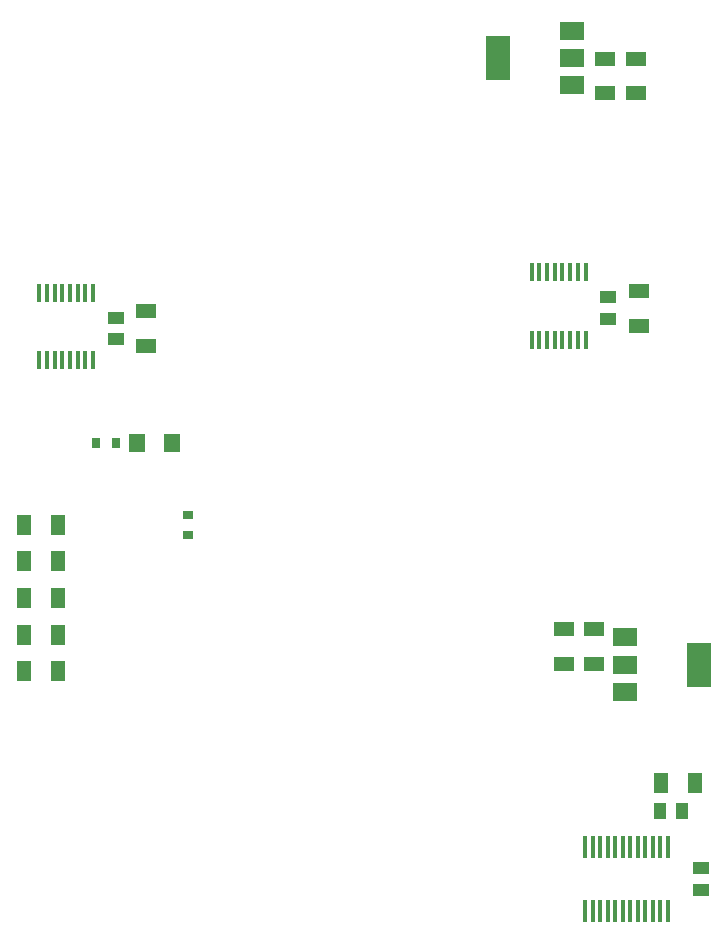
<source format=gtp>
G04 Layer_Color=8421504*
%FSLAX25Y25*%
%MOIN*%
G70*
G01*
G75*
%ADD10R,0.02756X0.03347*%
%ADD11R,0.05512X0.05906*%
%ADD12R,0.06890X0.04528*%
%ADD13R,0.07874X0.14961*%
%ADD14R,0.07874X0.05906*%
G04:AMPARAMS|DCode=15|XSize=61.81mil|YSize=16.14mil|CornerRadius=2.02mil|HoleSize=0mil|Usage=FLASHONLY|Rotation=270.000|XOffset=0mil|YOffset=0mil|HoleType=Round|Shape=RoundedRectangle|*
%AMROUNDEDRECTD15*
21,1,0.06181,0.01211,0,0,270.0*
21,1,0.05778,0.01614,0,0,270.0*
1,1,0.00404,-0.00605,-0.02889*
1,1,0.00404,-0.00605,0.02889*
1,1,0.00404,0.00605,0.02889*
1,1,0.00404,0.00605,-0.02889*
%
%ADD15ROUNDEDRECTD15*%
%ADD16R,0.05512X0.03937*%
%ADD17R,0.03347X0.02756*%
%ADD18R,0.01600X0.07500*%
%ADD19R,0.04528X0.06890*%
%ADD20R,0.03937X0.05512*%
D10*
X161054Y244600D02*
D03*
X167746D02*
D03*
D11*
X174695D02*
D03*
X186505D02*
D03*
D12*
X342126Y283760D02*
D03*
Y295177D02*
D03*
X330800Y372617D02*
D03*
Y361200D02*
D03*
X341053Y372617D02*
D03*
Y361200D02*
D03*
X177953Y277067D02*
D03*
Y288484D02*
D03*
X327272Y171043D02*
D03*
Y182461D02*
D03*
X317019Y171043D02*
D03*
Y182461D02*
D03*
D13*
X295169Y372913D02*
D03*
X362131Y170748D02*
D03*
D14*
X319972Y381968D02*
D03*
Y372913D02*
D03*
Y363858D02*
D03*
X337328Y161693D02*
D03*
Y170748D02*
D03*
Y179803D02*
D03*
D15*
X160138Y294764D02*
D03*
X157579D02*
D03*
X155020D02*
D03*
X152461D02*
D03*
X149902D02*
D03*
X147343D02*
D03*
X144783D02*
D03*
X142224D02*
D03*
Y272165D02*
D03*
X144783D02*
D03*
X147343D02*
D03*
X149902D02*
D03*
X152461D02*
D03*
X155020D02*
D03*
X157579D02*
D03*
X160138D02*
D03*
X324311Y301457D02*
D03*
X321752D02*
D03*
X319193D02*
D03*
X316634D02*
D03*
X314075D02*
D03*
X311516D02*
D03*
X308957D02*
D03*
X306398D02*
D03*
Y278858D02*
D03*
X308957D02*
D03*
X311516D02*
D03*
X314075D02*
D03*
X316634D02*
D03*
X319193D02*
D03*
X321752D02*
D03*
X324311D02*
D03*
D16*
X167717Y286417D02*
D03*
Y279134D02*
D03*
X331890Y293110D02*
D03*
Y285827D02*
D03*
X362700Y95658D02*
D03*
Y102942D02*
D03*
D17*
X191800Y214054D02*
D03*
Y220746D02*
D03*
D18*
X351697Y88521D02*
D03*
X349197D02*
D03*
X346697D02*
D03*
X344197D02*
D03*
X341697D02*
D03*
X339197D02*
D03*
X336697D02*
D03*
X334197D02*
D03*
X331697D02*
D03*
X329197D02*
D03*
X326697D02*
D03*
X324197D02*
D03*
Y109821D02*
D03*
X326697D02*
D03*
X329197D02*
D03*
X331697D02*
D03*
X334197D02*
D03*
X336697D02*
D03*
X339197D02*
D03*
X341697D02*
D03*
X344197D02*
D03*
X346697D02*
D03*
X349197D02*
D03*
X351697D02*
D03*
D19*
X349554Y131266D02*
D03*
X360971D02*
D03*
X137188Y180709D02*
D03*
X148606D02*
D03*
X137188Y205118D02*
D03*
X148606D02*
D03*
X137188Y168504D02*
D03*
X148606D02*
D03*
X137188Y192913D02*
D03*
X148606D02*
D03*
X137188Y217323D02*
D03*
X148606D02*
D03*
D20*
X356542Y121800D02*
D03*
X349258D02*
D03*
M02*

</source>
